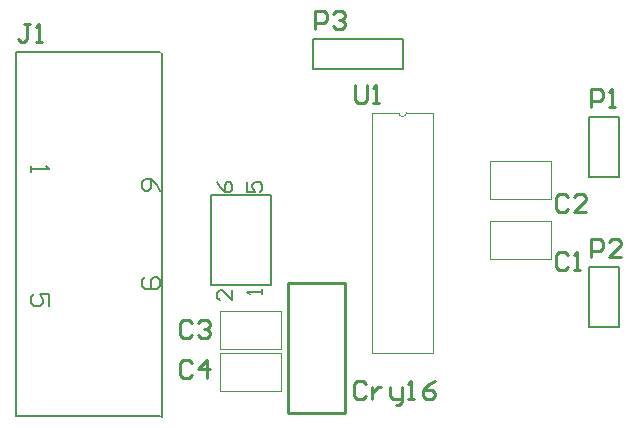
<source format=gto>
%FSLAX44Y44*%
%MOMM*%
G71*
G01*
G75*
%ADD10R,0.8000X0.4000*%
%ADD11O,0.8000X0.4000*%
%ADD12C,0.2000*%
%ADD13C,1.5000*%
%ADD14R,1.5000X1.5000*%
%ADD15R,1.5000X1.5000*%
%ADD16C,4.7600*%
%ADD17R,1.6900X1.6900*%
%ADD18C,1.6900*%
%ADD19C,1.0000*%
%ADD20C,1.3000*%
%ADD21C,1.2700*%
%ADD22C,0.1000*%
%ADD23C,0.2540*%
%ADD24C,0.1500*%
%ADD25C,0.2032*%
D12*
X850900Y1104900D02*
Y1130300D01*
X774700Y1104900D02*
X850900D01*
X774700D02*
Y1130300D01*
X850900D01*
X1008380Y1013460D02*
Y1064260D01*
Y1013460D02*
X1033780D01*
Y1064260D01*
X1008380D02*
X1033780D01*
X1008380Y886460D02*
Y937260D01*
Y886460D02*
X1033780D01*
Y937260D01*
X1008380D02*
X1033780D01*
X523300Y1119200D02*
X645100D01*
X523300Y811200D02*
X645100D01*
X523300Y811200D02*
Y1119200D01*
X646430Y810870D02*
Y1118870D01*
X739140Y949537D02*
Y998220D01*
Y922020D02*
Y998220D01*
X688340Y922020D02*
Y998220D01*
Y922020D02*
X739140D01*
X688340Y998220D02*
X739140D01*
D22*
X847125Y1068070D02*
G03*
X853475Y1068070I3175J0D01*
G01*
X824150D02*
X847125D01*
X853475D02*
X876450D01*
Y864870D02*
Y1068070D01*
X824150Y864870D02*
X876450D01*
X824150D02*
Y1068070D01*
X695360Y867920D02*
X747360D01*
X695360D02*
Y899920D01*
X747360D01*
Y867920D02*
Y899920D01*
X695360Y832360D02*
X747360D01*
X695360D02*
Y864360D01*
X747360D01*
Y832360D02*
Y864360D01*
X923960Y944120D02*
Y976120D01*
Y944120D02*
X975960D01*
Y976120D01*
X923960D02*
X975960D01*
X923960Y994920D02*
Y1026920D01*
Y994920D02*
X975960D01*
Y1026920D01*
X923960D02*
X975960D01*
D23*
X801240Y813680D02*
Y923680D01*
X753240Y813680D02*
Y923680D01*
Y813680D02*
X801240D01*
X753240Y923680D02*
X801240D01*
X819147Y838196D02*
X816608Y840735D01*
X811529D01*
X808990Y838196D01*
Y828039D01*
X811529Y825500D01*
X816608D01*
X819147Y828039D01*
X824225Y835657D02*
Y825500D01*
Y830578D01*
X826764Y833118D01*
X829303Y835657D01*
X831843D01*
X839460D02*
Y828039D01*
X841999Y825500D01*
X849617D01*
Y822961D01*
X847078Y820422D01*
X844538D01*
X849617Y825500D02*
Y835657D01*
X854695Y825500D02*
X859774D01*
X857234D01*
Y840735D01*
X854695Y838196D01*
X877548Y840735D02*
X872469Y838196D01*
X867391Y833118D01*
Y828039D01*
X869930Y825500D01*
X875009D01*
X877548Y828039D01*
Y830578D01*
X875009Y833118D01*
X867391D01*
X671827Y855976D02*
X669287Y858515D01*
X664209D01*
X661670Y855976D01*
Y845819D01*
X664209Y843280D01*
X669287D01*
X671827Y845819D01*
X684523Y843280D02*
Y858515D01*
X676905Y850898D01*
X687062D01*
X671827Y890266D02*
X669287Y892805D01*
X664209D01*
X661670Y890266D01*
Y880109D01*
X664209Y877570D01*
X669287D01*
X671827Y880109D01*
X676905Y890266D02*
X679444Y892805D01*
X684523D01*
X687062Y890266D01*
Y887727D01*
X684523Y885188D01*
X681983D01*
X684523D01*
X687062Y882648D01*
Y880109D01*
X684523Y877570D01*
X679444D01*
X676905Y880109D01*
X990597Y947416D02*
X988057Y949955D01*
X982979D01*
X980440Y947416D01*
Y937259D01*
X982979Y934720D01*
X988057D01*
X990597Y937259D01*
X995675Y934720D02*
X1000753D01*
X998214D01*
Y949955D01*
X995675Y947416D01*
X990597Y996946D02*
X988057Y999485D01*
X982979D01*
X980440Y996946D01*
Y986789D01*
X982979Y984250D01*
X988057D01*
X990597Y986789D01*
X1005832Y984250D02*
X995675D01*
X1005832Y994407D01*
Y996946D01*
X1003293Y999485D01*
X998214D01*
X995675Y996946D01*
X534921Y1142995D02*
X529842D01*
X532382D01*
Y1130299D01*
X529842Y1127760D01*
X527303D01*
X524764Y1130299D01*
X539999Y1127760D02*
X545077D01*
X542538D01*
Y1142995D01*
X539999Y1140456D01*
X1010031Y1072769D02*
Y1088004D01*
X1017648D01*
X1020188Y1085465D01*
Y1080387D01*
X1017648Y1077847D01*
X1010031D01*
X1025266Y1072769D02*
X1030344D01*
X1027805D01*
Y1088004D01*
X1025266Y1085465D01*
X1010031Y945769D02*
Y961004D01*
X1017648D01*
X1020188Y958465D01*
Y953387D01*
X1017648Y950847D01*
X1010031D01*
X1035423Y945769D02*
X1025266D01*
X1035423Y955926D01*
Y958465D01*
X1032884Y961004D01*
X1027805D01*
X1025266Y958465D01*
X776224Y1138936D02*
Y1154171D01*
X783841D01*
X786381Y1151632D01*
Y1146553D01*
X783841Y1144014D01*
X776224D01*
X791459Y1151632D02*
X793998Y1154171D01*
X799077D01*
X801616Y1151632D01*
Y1149093D01*
X799077Y1146553D01*
X796537D01*
X799077D01*
X801616Y1144014D01*
Y1141475D01*
X799077Y1138936D01*
X793998D01*
X791459Y1141475D01*
X810387Y1091306D02*
Y1078610D01*
X812926Y1076071D01*
X818005D01*
X820544Y1078610D01*
Y1091306D01*
X825622Y1076071D02*
X830700D01*
X828161D01*
Y1091306D01*
X825622Y1088767D01*
D24*
X644695Y1001753D02*
X642196Y1006752D01*
X637198Y1011750D01*
X632199D01*
X629700Y1009251D01*
Y1004252D01*
X632199Y1001753D01*
X634698D01*
X637198Y1004252D01*
Y1011750D01*
X632199Y928650D02*
X629700Y926151D01*
Y921152D01*
X632199Y918653D01*
X642196D01*
X644695Y921152D01*
Y926151D01*
X642196Y928650D01*
X639697D01*
X637198Y926151D01*
Y918653D01*
X550695Y904803D02*
Y914800D01*
X543198D01*
X545697Y909802D01*
Y907302D01*
X543198Y904803D01*
X538199D01*
X535700Y907302D01*
Y912301D01*
X538199Y914800D01*
X535700Y1023100D02*
Y1018102D01*
Y1020601D01*
X550695D01*
X548196Y1023100D01*
D25*
X731520Y914400D02*
Y918632D01*
Y916516D01*
X718824D01*
X720940Y914400D01*
X706120Y917784D02*
Y909320D01*
X697656Y917784D01*
X695540D01*
X693424Y915668D01*
Y911436D01*
X695540Y909320D01*
X718824Y1009224D02*
Y1000760D01*
X725172D01*
X723056Y1004992D01*
Y1007108D01*
X725172Y1009224D01*
X729404D01*
X731520Y1007108D01*
Y1002876D01*
X729404Y1000760D01*
X693424Y1009224D02*
X695540Y1004992D01*
X699772Y1000760D01*
X704004D01*
X706120Y1002876D01*
Y1007108D01*
X704004Y1009224D01*
X701888D01*
X699772Y1007108D01*
Y1000760D01*
M02*

</source>
